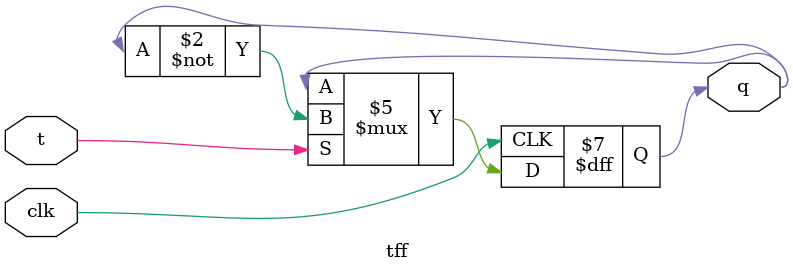
<source format=v>
module tff (
    input clk, t,
    output reg q
);
    initial
        q <= 0;

    always @(posedge clk ) begin
        if (t) begin
            q <= ~q;
        end else begin
            q <= q;
        end
    end 
endmodule
</source>
